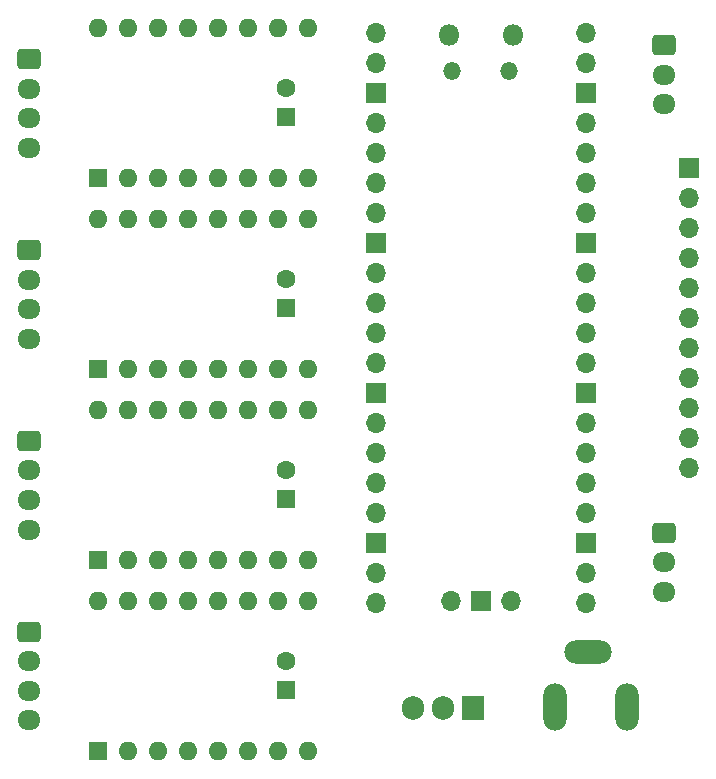
<source format=gbs>
%TF.GenerationSoftware,KiCad,Pcbnew,7.0.7*%
%TF.CreationDate,2023-10-17T10:26:18-07:00*%
%TF.ProjectId,dev-board,6465762d-626f-4617-9264-2e6b69636164,rev?*%
%TF.SameCoordinates,Original*%
%TF.FileFunction,Soldermask,Bot*%
%TF.FilePolarity,Negative*%
%FSLAX46Y46*%
G04 Gerber Fmt 4.6, Leading zero omitted, Abs format (unit mm)*
G04 Created by KiCad (PCBNEW 7.0.7) date 2023-10-17 10:26:18*
%MOMM*%
%LPD*%
G01*
G04 APERTURE LIST*
G04 Aperture macros list*
%AMRoundRect*
0 Rectangle with rounded corners*
0 $1 Rounding radius*
0 $2 $3 $4 $5 $6 $7 $8 $9 X,Y pos of 4 corners*
0 Add a 4 corners polygon primitive as box body*
4,1,4,$2,$3,$4,$5,$6,$7,$8,$9,$2,$3,0*
0 Add four circle primitives for the rounded corners*
1,1,$1+$1,$2,$3*
1,1,$1+$1,$4,$5*
1,1,$1+$1,$6,$7*
1,1,$1+$1,$8,$9*
0 Add four rect primitives between the rounded corners*
20,1,$1+$1,$2,$3,$4,$5,0*
20,1,$1+$1,$4,$5,$6,$7,0*
20,1,$1+$1,$6,$7,$8,$9,0*
20,1,$1+$1,$8,$9,$2,$3,0*%
G04 Aperture macros list end*
%ADD10R,1.600000X1.600000*%
%ADD11C,1.600000*%
%ADD12R,1.905000X2.000000*%
%ADD13O,1.905000X2.000000*%
%ADD14RoundRect,0.250000X-0.725000X0.600000X-0.725000X-0.600000X0.725000X-0.600000X0.725000X0.600000X0*%
%ADD15O,1.950000X1.700000*%
%ADD16O,2.000000X4.000000*%
%ADD17O,4.000000X2.000000*%
%ADD18O,1.600000X1.600000*%
%ADD19O,1.800000X1.800000*%
%ADD20O,1.500000X1.500000*%
%ADD21O,1.700000X1.700000*%
%ADD22R,1.700000X1.700000*%
G04 APERTURE END LIST*
D10*
%TO.C,C4*%
X157460000Y-91369046D03*
D11*
X157460000Y-88869046D03*
%TD*%
D12*
%TO.C,U2*%
X173290000Y-109050000D03*
D13*
X170750000Y-109050000D03*
X168210000Y-109050000D03*
%TD*%
D14*
%TO.C,J1*%
X135650000Y-54110000D03*
D15*
X135650000Y-56610000D03*
X135650000Y-59110000D03*
X135650000Y-61610000D03*
%TD*%
D16*
%TO.C,J7*%
X180200000Y-108950000D03*
D17*
X183000000Y-104350000D03*
D16*
X186300000Y-108950000D03*
%TD*%
D14*
%TO.C,J5*%
X135650000Y-70273333D03*
D15*
X135650000Y-72773333D03*
X135650000Y-75273333D03*
X135650000Y-77773333D03*
%TD*%
D10*
%TO.C,A2*%
X141560000Y-80363333D03*
D18*
X144100000Y-80363333D03*
X146640000Y-80363333D03*
X149180000Y-80363333D03*
X151720000Y-80363333D03*
X154260000Y-80363333D03*
X156800000Y-80363333D03*
X159340000Y-80363333D03*
X159340000Y-67663333D03*
X156800000Y-67663333D03*
X154260000Y-67663333D03*
X151720000Y-67663333D03*
X149180000Y-67663333D03*
X146640000Y-67663333D03*
X144100000Y-67663333D03*
X141560000Y-67663333D03*
%TD*%
D10*
%TO.C,C3*%
X157460000Y-107532380D03*
D11*
X157460000Y-105032380D03*
%TD*%
D14*
%TO.C,J6*%
X135650000Y-102600000D03*
D15*
X135650000Y-105100000D03*
X135650000Y-107600000D03*
X135650000Y-110100000D03*
%TD*%
D18*
%TO.C,A1*%
X141560000Y-51500000D03*
X144100000Y-51500000D03*
X146640000Y-51500000D03*
X149180000Y-51500000D03*
X151720000Y-51500000D03*
X154260000Y-51500000D03*
X156800000Y-51500000D03*
X159340000Y-51500000D03*
X159340000Y-64200000D03*
X156800000Y-64200000D03*
X154260000Y-64200000D03*
X151720000Y-64200000D03*
X149180000Y-64200000D03*
X146640000Y-64200000D03*
X144100000Y-64200000D03*
D10*
X141560000Y-64200000D03*
%TD*%
%TO.C,C2*%
X157460000Y-75205713D03*
D11*
X157460000Y-72705713D03*
%TD*%
D10*
%TO.C,A3*%
X141560000Y-96526666D03*
D18*
X144100000Y-96526666D03*
X146640000Y-96526666D03*
X149180000Y-96526666D03*
X151720000Y-96526666D03*
X154260000Y-96526666D03*
X156800000Y-96526666D03*
X159340000Y-96526666D03*
X159340000Y-83826666D03*
X156800000Y-83826666D03*
X154260000Y-83826666D03*
X151720000Y-83826666D03*
X149180000Y-83826666D03*
X146640000Y-83826666D03*
X144100000Y-83826666D03*
X141560000Y-83826666D03*
%TD*%
D19*
%TO.C,U1*%
X171215000Y-52060000D03*
D20*
X171515000Y-55090000D03*
X176365000Y-55090000D03*
D19*
X176665000Y-52060000D03*
D21*
X165050000Y-51930000D03*
X165050000Y-54470000D03*
D22*
X165050000Y-57010000D03*
D21*
X165050000Y-59550000D03*
X165050000Y-62090000D03*
X165050000Y-64630000D03*
X165050000Y-67170000D03*
D22*
X165050000Y-69710000D03*
D21*
X165050000Y-72250000D03*
X165050000Y-74790000D03*
X165050000Y-77330000D03*
X165050000Y-79870000D03*
D22*
X165050000Y-82410000D03*
D21*
X165050000Y-84950000D03*
X165050000Y-87490000D03*
X165050000Y-90030000D03*
X165050000Y-92570000D03*
D22*
X165050000Y-95110000D03*
D21*
X165050000Y-97650000D03*
X165050000Y-100190000D03*
X182830000Y-100190000D03*
X182830000Y-97650000D03*
D22*
X182830000Y-95110000D03*
D21*
X182830000Y-92570000D03*
X182830000Y-90030000D03*
X182830000Y-87490000D03*
X182830000Y-84950000D03*
D22*
X182830000Y-82410000D03*
D21*
X182830000Y-79870000D03*
X182830000Y-77330000D03*
X182830000Y-74790000D03*
X182830000Y-72250000D03*
D22*
X182830000Y-69710000D03*
D21*
X182830000Y-67170000D03*
X182830000Y-64630000D03*
X182830000Y-62090000D03*
X182830000Y-59550000D03*
D22*
X182830000Y-57010000D03*
D21*
X182830000Y-54470000D03*
X182830000Y-51930000D03*
X171400000Y-99960000D03*
D22*
X173940000Y-99960000D03*
D21*
X176480000Y-99960000D03*
%TD*%
D22*
%TO.C,J3*%
X191550000Y-63350000D03*
D21*
X191550000Y-65890000D03*
X191550000Y-68430000D03*
X191550000Y-70970000D03*
X191550000Y-73510000D03*
X191550000Y-76050000D03*
X191550000Y-78590000D03*
X191550000Y-81130000D03*
X191550000Y-83670000D03*
X191550000Y-86210000D03*
X191550000Y-88750000D03*
%TD*%
D10*
%TO.C,A4*%
X141560000Y-112690000D03*
D18*
X144100000Y-112690000D03*
X146640000Y-112690000D03*
X149180000Y-112690000D03*
X151720000Y-112690000D03*
X154260000Y-112690000D03*
X156800000Y-112690000D03*
X159340000Y-112690000D03*
X159340000Y-99990000D03*
X156800000Y-99990000D03*
X154260000Y-99990000D03*
X151720000Y-99990000D03*
X149180000Y-99990000D03*
X146640000Y-99990000D03*
X144100000Y-99990000D03*
X141560000Y-99990000D03*
%TD*%
D14*
%TO.C,J2*%
X189475000Y-52950000D03*
D15*
X189475000Y-55450000D03*
X189475000Y-57950000D03*
%TD*%
D14*
%TO.C,J4*%
X135650000Y-86436666D03*
D15*
X135650000Y-88936666D03*
X135650000Y-91436666D03*
X135650000Y-93936666D03*
%TD*%
%TO.C,J8*%
X189475000Y-99200000D03*
X189475000Y-96700000D03*
D14*
X189475000Y-94200000D03*
%TD*%
D10*
%TO.C,C1*%
X157460000Y-59042380D03*
D11*
X157460000Y-56542380D03*
%TD*%
M02*

</source>
